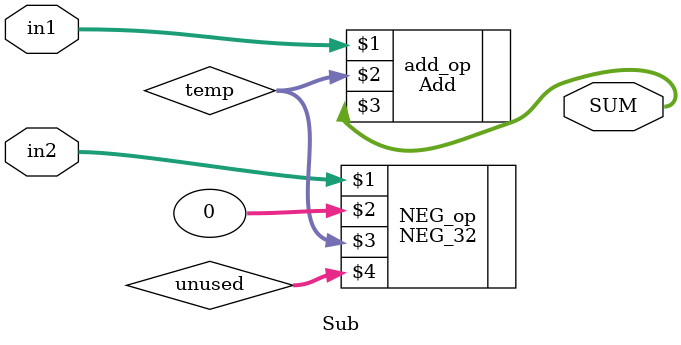
<source format=v>
`timescale 1ns / 1ps
module Sub(
    input [31:0] in1, in2,
    output [31:0] SUM
    );
	 
    wire [31:0] temp, unused; 
	 NEG_32 NEG_op(in2, 0, temp, unused);
	 Add add_op(in1, temp, SUM);
endmodule

</source>
